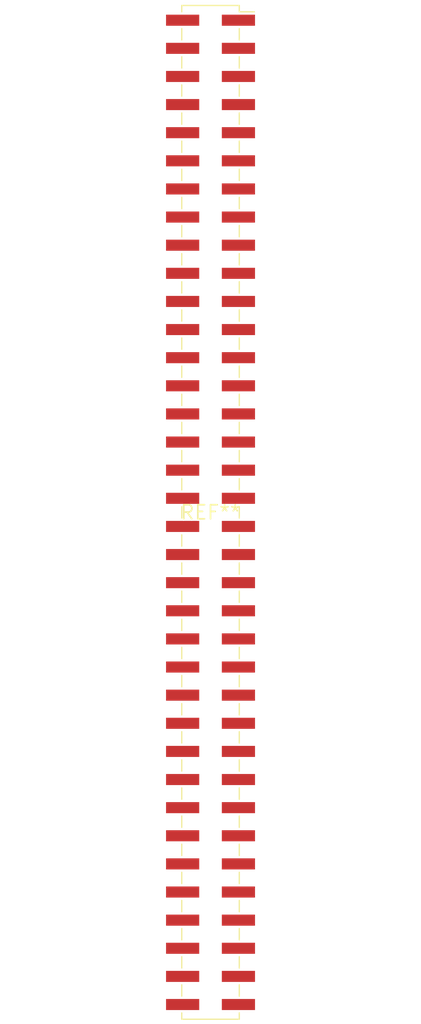
<source format=kicad_pcb>
(kicad_pcb (version 20240108) (generator pcbnew)
  (layers (0 "F.Cu" signal) (31 "B.Cu" signal) (34 "B.Paste" user) (35 "F.Paste" user) (36 "B.SilkS" user "B.Silkscreen") (37 "F.SilkS" user "F.Silkscreen") (38 "B.Mask" user) (39 "F.Mask" user) (44 "Edge.Cuts" user))
  (net 0 "")
  (footprint "PinSocket_2x36_P2.54mm_Vertical_SMD" (layer "F.Cu") (at 0 0)
    (property "Reference" "REF**")
    (property "Value" "PinSocket_2x36_P2.54mm_Vertical_SMD")
    (fp_line (start -2.6 -45.78) (end -2.6 -45.21) (layer "F.SilkS") (stroke (width 0.12)))
    (fp_line (start -2.6 -45.78) (end 2.6 -45.78) (layer "F.SilkS") (stroke (width 0.12)))
    (fp_line (start -2.6 -43.69) (end -2.6 -42.67) (layer "F.SilkS") (stroke (width 0.12)))
    (fp_line (start -2.6 -41.15) (end -2.6 -40.13) (layer "F.SilkS") (stroke (width 0.12)))
    (fp_line (start -2.6 -38.61) (end -2.6 -37.59) (layer "F.SilkS") (stroke (width 0.12)))
    (fp_line (start -2.6 -36.07) (end -2.6 -35.05) (layer "F.SilkS") (stroke (width 0.12)))
    (fp_line (start -2.6 -33.53) (end -2.6 -32.51) (layer "F.SilkS") (stroke (width 0.12)))
    (fp_line (start -2.6 -30.99) (end -2.6 -29.97) (layer "F.SilkS") (stroke (width 0.12)))
    (fp_line (start -2.6 -28.45) (end -2.6 -27.43) (layer "F.SilkS") (stroke (width 0.12)))
    (fp_line (start -2.6 -25.91) (end -2.6 -24.89) (layer "F.SilkS") (stroke (width 0.12)))
    (fp_line (start -2.6 -23.37) (end -2.6 -22.35) (layer "F.SilkS") (stroke (width 0.12)))
    (fp_line (start -2.6 -20.83) (end -2.6 -19.81) (layer "F.SilkS") (stroke (width 0.12)))
    (fp_line (start -2.6 -18.29) (end -2.6 -17.27) (layer "F.SilkS") (stroke (width 0.12)))
    (fp_line (start -2.6 -15.75) (end -2.6 -14.73) (layer "F.SilkS") (stroke (width 0.12)))
    (fp_line (start -2.6 -13.21) (end -2.6 -12.19) (layer "F.SilkS") (stroke (width 0.12)))
    (fp_line (start -2.6 -10.67) (end -2.6 -9.65) (layer "F.SilkS") (stroke (width 0.12)))
    (fp_line (start -2.6 -8.13) (end -2.6 -7.11) (layer "F.SilkS") (stroke (width 0.12)))
    (fp_line (start -2.6 -5.59) (end -2.6 -4.57) (layer "F.SilkS") (stroke (width 0.12)))
    (fp_line (start -2.6 -3.05) (end -2.6 -2.03) (layer "F.SilkS") (stroke (width 0.12)))
    (fp_line (start -2.6 -0.51) (end -2.6 0.51) (layer "F.SilkS") (stroke (width 0.12)))
    (fp_line (start -2.6 2.03) (end -2.6 3.05) (layer "F.SilkS") (stroke (width 0.12)))
    (fp_line (start -2.6 4.57) (end -2.6 5.59) (layer "F.SilkS") (stroke (width 0.12)))
    (fp_line (start -2.6 7.11) (end -2.6 8.13) (layer "F.SilkS") (stroke (width 0.12)))
    (fp_line (start -2.6 9.65) (end -2.6 10.67) (layer "F.SilkS") (stroke (width 0.12)))
    (fp_line (start -2.6 12.19) (end -2.6 13.21) (layer "F.SilkS") (stroke (width 0.12)))
    (fp_line (start -2.6 14.73) (end -2.6 15.75) (layer "F.SilkS") (stroke (width 0.12)))
    (fp_line (start -2.6 17.27) (end -2.6 18.29) (layer "F.SilkS") (stroke (width 0.12)))
    (fp_line (start -2.6 19.81) (end -2.6 20.83) (layer "F.SilkS") (stroke (width 0.12)))
    (fp_line (start -2.6 22.35) (end -2.6 23.37) (layer "F.SilkS") (stroke (width 0.12)))
    (fp_line (start -2.6 24.89) (end -2.6 25.91) (layer "F.SilkS") (stroke (width 0.12)))
    (fp_line (start -2.6 27.43) (end -2.6 28.45) (layer "F.SilkS") (stroke (width 0.12)))
    (fp_line (start -2.6 29.97) (end -2.6 30.99) (layer "F.SilkS") (stroke (width 0.12)))
    (fp_line (start -2.6 32.51) (end -2.6 33.53) (layer "F.SilkS") (stroke (width 0.12)))
    (fp_line (start -2.6 35.05) (end -2.6 36.07) (layer "F.SilkS") (stroke (width 0.12)))
    (fp_line (start -2.6 37.59) (end -2.6 38.61) (layer "F.SilkS") (stroke (width 0.12)))
    (fp_line (start -2.6 40.13) (end -2.6 41.15) (layer "F.SilkS") (stroke (width 0.12)))
    (fp_line (start -2.6 42.67) (end -2.6 43.69) (layer "F.SilkS") (stroke (width 0.12)))
    (fp_line (start -2.6 45.21) (end -2.6 45.78) (layer "F.SilkS") (stroke (width 0.12)))
    (fp_line (start -2.6 45.78) (end 2.6 45.78) (layer "F.SilkS") (stroke (width 0.12)))
    (fp_line (start 2.6 -45.78) (end 2.6 -45.21) (layer "F.SilkS") (stroke (width 0.12)))
    (fp_line (start 2.6 -45.21) (end 3.96 -45.21) (layer "F.SilkS") (stroke (width 0.12)))
    (fp_line (start 2.6 -43.69) (end 2.6 -42.67) (layer "F.SilkS") (stroke (width 0.12)))
    (fp_line (start 2.6 -41.15) (end 2.6 -40.13) (layer "F.SilkS") (stroke (width 0.12)))
    (fp_line (start 2.6 -38.61) (end 2.6 -37.59) (layer "F.SilkS") (stroke (width 0.12)))
    (fp_line (start 2.6 -36.07) (end 2.6 -35.05) (layer "F.SilkS") (stroke (width 0.12)))
    (fp_line (start 2.6 -33.53) (end 2.6 -32.51) (layer "F.SilkS") (stroke (width 0.12)))
    (fp_line (start 2.6 -30.99) (end 2.6 -29.97) (layer "F.SilkS") (stroke (width 0.12)))
    (fp_line (start 2.6 -28.45) (end 2.6 -27.43) (layer "F.SilkS") (stroke (width 0.12)))
    (fp_line (start 2.6 -25.91) (end 2.6 -24.89) (layer "F.SilkS") (stroke (width 0.12)))
    (fp_line (start 2.6 -23.37) (end 2.6 -22.35) (layer "F.SilkS") (stroke (width 0.12)))
    (fp_line (start 2.6 -20.83) (end 2.6 -19.81) (layer "F.SilkS") (stroke (width 0.12)))
    (fp_line (start 2.6 -18.29) (end 2.6 -17.27) (layer "F.SilkS") (stroke (width 0.12)))
    (fp_line (start 2.6 -15.75) (end 2.6 -14.73) (layer "F.SilkS") (stroke (width 0.12)))
    (fp_line (start 2.6 -13.21) (end 2.6 -12.19) (layer "F.SilkS") (stroke (width 0.12)))
    (fp_line (start 2.6 -10.67) (end 2.6 -9.65) (layer "F.SilkS") (stroke (width 0.12)))
    (fp_line (start 2.6 -8.13) (end 2.6 -7.11) (layer "F.SilkS") (stroke (width 0.12)))
    (fp_line (start 2.6 -5.59) (end 2.6 -4.57) (layer "F.SilkS") (stroke (width 0.12)))
    (fp_line (start 2.6 -3.05) (end 2.6 -2.03) (layer "F.SilkS") (stroke (width 0.12)))
    (fp_line (start 2.6 -0.51) (end 2.6 0.51) (layer "F.SilkS") (stroke (width 0.12)))
    (fp_line (start 2.6 2.03) (end 2.6 3.05) (layer "F.SilkS") (stroke (width 0.12)))
    (fp_line (start 2.6 4.57) (end 2.6 5.59) (layer "F.SilkS") (stroke (width 0.12)))
    (fp_line (start 2.6 7.11) (end 2.6 8.13) (layer "F.SilkS") (stroke (width 0.12)))
    (fp_line (start 2.6 9.65) (end 2.6 10.67) (layer "F.SilkS") (stroke (width 0.12)))
    (fp_line (start 2.6 12.19) (end 2.6 13.21) (layer "F.SilkS") (stroke (width 0.12)))
    (fp_line (start 2.6 14.73) (end 2.6 15.75) (layer "F.SilkS") (stroke (width 0.12)))
    (fp_line (start 2.6 17.27) (end 2.6 18.29) (layer "F.SilkS") (stroke (width 0.12)))
    (fp_line (start 2.6 19.81) (end 2.6 20.83) (layer "F.SilkS") (stroke (width 0.12)))
    (fp_line (start 2.6 22.35) (end 2.6 23.37) (layer "F.SilkS") (stroke (width 0.12)))
    (fp_line (start 2.6 24.89) (end 2.6 25.91) (layer "F.SilkS") (stroke (width 0.12)))
    (fp_line (start 2.6 27.43) (end 2.6 28.45) (layer "F.SilkS") (stroke (width 0.12)))
    (fp_line (start 2.6 29.97) (end 2.6 30.99) (layer "F.SilkS") (stroke (width 0.12)))
    (fp_line (start 2.6 32.51) (end 2.6 33.53) (layer "F.SilkS") (stroke (width 0.12)))
    (fp_line (start 2.6 35.05) (end 2.6 36.07) (layer "F.SilkS") (stroke (width 0.12)))
    (fp_line (start 2.6 37.59) (end 2.6 38.61) (layer "F.SilkS") (stroke (width 0.12)))
    (fp_line (start 2.6 40.13) (end 2.6 41.15) (layer "F.SilkS") (stroke (width 0.12)))
    (fp_line (start 2.6 42.67) (end 2.6 43.69) (layer "F.SilkS") (stroke (width 0.12)))
    (fp_line (start 2.6 45.21) (end 2.6 45.78) (layer "F.SilkS") (stroke (width 0.12)))
    (pad "1" smd rect (at 2.52 -44.45) (size 3 1) (layers "F.Cu" "F.Paste" "F.Mask"))
    (pad "2" smd rect (at -2.52 -44.45) (size 3 1) (layers "F.Cu" "F.Paste" "F.Mask"))
    (pad "3" smd rect (at 2.52 -41.91) (size 3 1) (layers "F.Cu" "F.Paste" "F.Mask"))
    (pad "4" smd rect (at -2.52 -41.91) (size 3 1) (layers "F.Cu" "F.Paste" "F.Mask"))
    (pad "5" smd rect (at 2.52 -39.37) (size 3 1) (layers "F.Cu" "F.Paste" "F.Mask"))
    (pad "6" smd rect (at -2.52 -39.37) (size 3 1) (layers "F.Cu" "F.Paste" "F.Mask"))
    (pad "7" smd rect (at 2.52 -36.83) (size 3 1) (layers "F.Cu" "F.Paste" "F.Mask"))
    (pad "8" smd rect (at -2.52 -36.83) (size 3 1) (layers "F.Cu" "F.Paste" "F.Mask"))
    (pad "9" smd rect (at 2.52 -34.29) (size 3 1) (layers "F.Cu" "F.Paste" "F.Mask"))
    (pad "10" smd rect (at -2.52 -34.29) (size 3 1) (layers "F.Cu" "F.Paste" "F.Mask"))
    (pad "11" smd rect (at 2.52 -31.75) (size 3 1) (layers "F.Cu" "F.Paste" "F.Mask"))
    (pad "12" smd rect (at -2.52 -31.75) (size 3 1) (layers "F.Cu" "F.Paste" "F.Mask"))
    (pad "13" smd rect (at 2.52 -29.21) (size 3 1) (layers "F.Cu" "F.Paste" "F.Mask"))
    (pad "14" smd rect (at -2.52 -29.21) (size 3 1) (layers "F.Cu" "F.Paste" "F.Mask"))
    (pad "15" smd rect (at 2.52 -26.67) (size 3 1) (layers "F.Cu" "F.Paste" "F.Mask"))
    (pad "16" smd rect (at -2.52 -26.67) (size 3 1) (layers "F.Cu" "F.Paste" "F.Mask"))
    (pad "17" smd rect (at 2.52 -24.13) (size 3 1) (layers "F.Cu" "F.Paste" "F.Mask"))
    (pad "18" smd rect (at -2.52 -24.13) (size 3 1) (layers "F.Cu" "F.Paste" "F.Mask"))
    (pad "19" smd rect (at 2.52 -21.59) (size 3 1) (layers "F.Cu" "F.Paste" "F.Mask"))
    (pad "20" smd rect (at -2.52 -21.59) (size 3 1) (layers "F.Cu" "F.Paste" "F.Mask"))
    (pad "21" smd rect (at 2.52 -19.05) (size 3 1) (layers "F.Cu" "F.Paste" "F.Mask"))
    (pad "22" smd rect (at -2.52 -19.05) (size 3 1) (layers "F.Cu" "F.Paste" "F.Mask"))
    (pad "23" smd rect (at 2.52 -16.51) (size 3 1) (layers "F.Cu" "F.Paste" "F.Mask"))
    (pad "24" smd rect (at -2.52 -16.51) (size 3 1) (layers "F.Cu" "F.Paste" "F.Mask"))
    (pad "25" smd rect (at 2.52 -13.97) (size 3 1) (layers "F.Cu" "F.Paste" "F.Mask"))
    (pad "26" smd rect (at -2.52 -13.97) (size 3 1) (layers "F.Cu" "F.Paste" "F.Mask"))
    (pad "27" smd rect (at 2.52 -11.43) (size 3 1) (layers "F.Cu" "F.Paste" "F.Mask"))
    (pad "28" smd rect (at -2.52 -11.43) (size 3 1) (layers "F.Cu" "F.Paste" "F.Mask"))
    (pad "29" smd rect (at 2.52 -8.89) (size 3 1) (layers "F.Cu" "F.Paste" "F.Mask"))
    (pad "30" smd rect (at -2.52 -8.89) (size 3 1) (layers "F.Cu" "F.Paste" "F.Mask"))
    (pad "31" smd rect (at 2.52 -6.35) (size 3 1) (layers "F.Cu" "F.Paste" "F.Mask"))
    (pad "32" smd rect (at -2.52 -6.35) (size 3 1) (layers "F.Cu" "F.Paste" "F.Mask"))
    (pad "33" smd rect (at 2.52 -3.81) (size 3 1) (layers "F.Cu" "F.Paste" "F.Mask"))
    (pad "34" smd rect (at -2.52 -3.81) (size 3 1) (layers "F.Cu" "F.Paste" "F.Mask"))
    (pad "35" smd rect (at 2.52 -1.27) (size 3 1) (layers "F.Cu" "F.Paste" "F.Mask"))
    (pad "36" smd rect (at -2.52 -1.27) (size 3 1) (layers "F.Cu" "F.Paste" "F.Mask"))
    (pad "37" smd rect (at 2.52 1.27) (size 3 1) (layers "F.Cu" "F.Paste" "F.Mask"))
    (pad "38" smd rect (at -2.52 1.27) (size 3 1) (layers "F.Cu" "F.Paste" "F.Mask"))
    (pad "39" smd rect (at 2.52 3.81) (size 3 1) (layers "F.Cu" "F.Paste" "F.Mask"))
    (pad "40" smd rect (at -2.52 3.81) (size 3 1) (layers "F.Cu" "F.Paste" "F.Mask"))
    (pad "41" smd rect (at 2.52 6.35) (size 3 1) (layers "F.Cu" "F.Paste" "F.Mask"))
    (pad "42" smd rect (at -2.52 6.35) (size 3 1) (layers "F.Cu" "F.Paste" "F.Mask"))
    (pad "43" smd rect (at 2.52 8.89) (size 3 1) (layers "F.Cu" "F.Paste" "F.Mask"))
    (pad "44" smd rect (at -2.52 8.89) (size 3 1) (layers "F.Cu" "F.Paste" "F.Mask"))
    (pad "45" smd rect (at 2.52 11.43) (size 3 1) (layers "F.Cu" "F.Paste" "F.Mask"))
    (pad "46" smd rect (at -2.52 11.43) (size 3 1) (layers "F.Cu" "F.Paste" "F.Mask"))
    (pad "47" smd rect (at 2.52 13.97) (size 3 1) (layers "F.Cu" "F.Paste" "F.Mask"))
    (pad "48" smd rect (at -2.52 13.97) (size 3 1) (layers "F.Cu" "F.Paste" "F.Mask"))
    (pad "49" smd rect (at 2.52 16.51) (size 3 1) (layers "F.Cu" "F.Paste" "F.Mask"))
    (pad "50" smd rect (at -2.52 16.51) (size 3 1) (layers "F.Cu" "F.Paste" "F.Mask"))
    (pad "51" smd rect (at 2.52 19.05) (size 3 1) (layers "F.Cu" "F.Paste" "F.Mask"))
    (pad "52" smd rect (at -2.52 19.05) (size 3 1) (layers "F.Cu" "F.Paste" "F.Mask"))
    (pad "53" smd rect (at 2.52 21.59) (size 3 1) (layers "F.Cu" "F.Paste" "F.Mask"))
    (pad "54" smd rect (at -2.52 21.59) (size 3 1) (layers "F.Cu" "F.Paste" "F.Mask"))
    (pad "55" smd rect (at 2.52 24.13) (size 3 1) (layers "F.Cu" "F.Paste" "F.Mask"))
    (pad "56" smd rect (at -2.52 24.13) (size 3 1) (layers "F.Cu" "F.Paste" "F.Mask"))
    (pad "57" smd rect (at 2.52 26.67) (size 3 1) (layers "F.Cu" "F.Paste" "F.Mask"))
    (pad "58" smd rect (at -2.52 26.67) (size 3 1) (layers "F.Cu" "F.Paste" "F.Mask"))
    (pad "59" smd rect (at 2.52 29.21) (size 3 1) (layers "F.Cu" "F.Paste" "F.Mask"))
    (pad "60" smd rect (at -2.52 29.21) (size 3 1) (layers "F.Cu" "F.Paste" "F.Mask"))
    (pad "61" smd rect (at 2.52 31.75) (size 3 1) (layers "F.Cu" "F.Paste" "F.Mask"))
    (pad "62" smd rect (at -2.52 31.75) (size 3 1) (layers "F.Cu" "F.Paste" "F.Mask"))
    (pad "63" smd rect (at 2.52 34.29) (size 3 1) (layers "F.Cu" "F.Paste" "F.Mask"))
    (pad "64" smd rect (at -2.52 34.29) (size 3 1) (layers "F.Cu" "F.Paste" "F.Mask"))
    (pad "65" smd rect (at 2.52 36.83) (size 3 1) (layers "F.Cu" "F.Paste" "F.Mask"))
    (pad "66" smd rect (at -2.52 36.83) (size 3 1) (layers "F.Cu" "F.Paste" "F.Mask"))
    (pad "67" smd rect (at 2.52 39.37) (size 3 1) (layers "F.Cu" "F.Paste" "F.Mask"))
    (pad "68" smd rect (at -2.52 39.37) (size 3 1) (layers "F.Cu" "F.Paste" "F.Mask"))
    (pad "69" smd rect (at 2.52 41.91) (size 3 1) (layers "F.Cu" "F.Paste" "F.Mask"))
    (pad "70" smd rect (at -2.52 41.91) (size 3 1) (layers "F.Cu" "F.Paste" "F.Mask"))
    (pad "71" smd rect (at 2.52 44.45) (size 3 1) (layers "F.Cu" "F.Paste" "F.Mask"))
    (pad "72" smd rect (at -2.52 44.45) (size 3 1) (layers "F.Cu" "F.Paste" "F.Mask"))
  )
)
</source>
